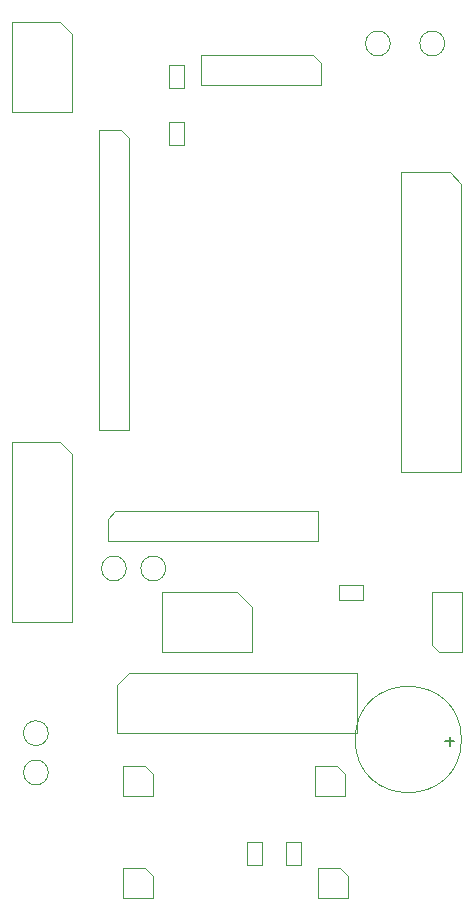
<source format=gbr>
%TF.GenerationSoftware,KiCad,Pcbnew,(5.1.7)-1*%
%TF.CreationDate,2023-12-15T12:51:46-07:00*%
%TF.ProjectId,AMPE32T30,414d5045-3332-4543-9330-2e6b69636164,rev?*%
%TF.SameCoordinates,PX76efc10PY5962530*%
%TF.FileFunction,Other,Fab,Top*%
%FSLAX46Y46*%
G04 Gerber Fmt 4.6, Leading zero omitted, Abs format (unit mm)*
G04 Created by KiCad (PCBNEW (5.1.7)-1) date 2023-12-15 12:51:46*
%MOMM*%
%LPD*%
G01*
G04 APERTURE LIST*
%ADD10C,0.100000*%
%ADD11C,0.150000*%
G04 APERTURE END LIST*
D10*
%TO.C,R4*%
X25009000Y5318000D02*
X25009000Y3318000D01*
X23759000Y5318000D02*
X25009000Y5318000D01*
X23759000Y3318000D02*
X23759000Y5318000D01*
X25009000Y3318000D02*
X23759000Y3318000D01*
%TO.C,R5*%
X21707000Y3318000D02*
X20457000Y3318000D01*
X20457000Y3318000D02*
X20457000Y5318000D01*
X20457000Y5318000D02*
X21707000Y5318000D01*
X21707000Y5318000D02*
X21707000Y3318000D01*
%TO.C,REF\u002A\u002A*%
X26035000Y71882000D02*
X26670000Y71247000D01*
X16510000Y71882000D02*
X26035000Y71882000D01*
X16510000Y69342000D02*
X16510000Y71882000D01*
X26670000Y69342000D02*
X16510000Y69342000D01*
X26670000Y71247000D02*
X26670000Y69342000D01*
%TO.C,J17*%
X3590000Y14506000D02*
G75*
G03*
X3590000Y14506000I-1050000J0D01*
G01*
X3590000Y11176000D02*
G75*
G03*
X3590000Y11176000I-1050000J0D01*
G01*
%TO.C,J12*%
X13524000Y28448000D02*
G75*
G03*
X13524000Y28448000I-1050000J0D01*
G01*
X10194000Y28448000D02*
G75*
G03*
X10194000Y28448000I-1050000J0D01*
G01*
%TO.C,J16*%
X26416000Y508000D02*
X26416000Y3048000D01*
X28956000Y508000D02*
X26416000Y508000D01*
X28956000Y2413000D02*
X28956000Y508000D01*
X28321000Y3048000D02*
X28956000Y2413000D01*
X26416000Y3048000D02*
X28321000Y3048000D01*
%TO.C,J15*%
X9906000Y508000D02*
X9906000Y3048000D01*
X12446000Y508000D02*
X9906000Y508000D01*
X12446000Y2413000D02*
X12446000Y508000D01*
X11811000Y3048000D02*
X12446000Y2413000D01*
X9906000Y3048000D02*
X11811000Y3048000D01*
%TO.C,J14*%
X26162000Y9144000D02*
X26162000Y11684000D01*
X28702000Y9144000D02*
X26162000Y9144000D01*
X28702000Y11049000D02*
X28702000Y9144000D01*
X28067000Y11684000D02*
X28702000Y11049000D01*
X26162000Y11684000D02*
X28067000Y11684000D01*
%TO.C,J13*%
X9906000Y9144000D02*
X9906000Y11684000D01*
X12446000Y9144000D02*
X9906000Y9144000D01*
X12446000Y11049000D02*
X12446000Y9144000D01*
X11811000Y11684000D02*
X12446000Y11049000D01*
X9906000Y11684000D02*
X11811000Y11684000D01*
%TO.C,J1*%
X508000Y67056000D02*
X508000Y74676000D01*
X5588000Y67056000D02*
X508000Y67056000D01*
X5588000Y73676000D02*
X5588000Y67056000D01*
X4588000Y74676000D02*
X5588000Y73676000D01*
X508000Y74676000D02*
X4588000Y74676000D01*
%TO.C,J6*%
X33490000Y61976000D02*
X37570000Y61976000D01*
X37570000Y61976000D02*
X38570000Y60976000D01*
X38570000Y60976000D02*
X38570000Y36576000D01*
X38570000Y36576000D02*
X33490000Y36576000D01*
X33490000Y36576000D02*
X33490000Y61976000D01*
%TO.C,J3*%
X38608000Y21336000D02*
X36703000Y21336000D01*
X36703000Y21336000D02*
X36068000Y21971000D01*
X36068000Y21971000D02*
X36068000Y26416000D01*
X36068000Y26416000D02*
X38608000Y26416000D01*
X38608000Y26416000D02*
X38608000Y21336000D01*
%TO.C,J7*%
X508000Y39116000D02*
X4588000Y39116000D01*
X4588000Y39116000D02*
X5588000Y38116000D01*
X5588000Y38116000D02*
X5588000Y23876000D01*
X5588000Y23876000D02*
X508000Y23876000D01*
X508000Y23876000D02*
X508000Y39116000D01*
%TO.C,J11*%
X7874000Y40132000D02*
X7874000Y65532000D01*
X10414000Y40132000D02*
X7874000Y40132000D01*
X10414000Y64897000D02*
X10414000Y40132000D01*
X9779000Y65532000D02*
X10414000Y64897000D01*
X7874000Y65532000D02*
X9779000Y65532000D01*
%TO.C,J9*%
X37146000Y72898000D02*
G75*
G03*
X37146000Y72898000I-1050000J0D01*
G01*
X32546000Y72898000D02*
G75*
G03*
X32546000Y72898000I-1050000J0D01*
G01*
%TO.C,BZ1*%
X38568000Y13970000D02*
G75*
G03*
X38568000Y13970000I-4500000J0D01*
G01*
%TO.C,J2*%
X19558000Y26416000D02*
X20828000Y25146000D01*
X13208000Y26416000D02*
X19558000Y26416000D01*
X13208000Y21336000D02*
X13208000Y26416000D01*
X20828000Y21336000D02*
X13208000Y21336000D01*
X20828000Y25146000D02*
X20828000Y21336000D01*
%TO.C,R3*%
X28210000Y27041000D02*
X30210000Y27041000D01*
X28210000Y25791000D02*
X28210000Y27041000D01*
X30210000Y25791000D02*
X28210000Y25791000D01*
X30210000Y27041000D02*
X30210000Y25791000D01*
%TO.C,R2*%
X15103000Y66278000D02*
X15103000Y64278000D01*
X13853000Y66278000D02*
X15103000Y66278000D01*
X13853000Y64278000D02*
X13853000Y66278000D01*
X15103000Y64278000D02*
X13853000Y64278000D01*
%TO.C,R1*%
X15103000Y71104000D02*
X15103000Y69104000D01*
X13853000Y71104000D02*
X15103000Y71104000D01*
X13853000Y69104000D02*
X13853000Y71104000D01*
X15103000Y69104000D02*
X13853000Y69104000D01*
%TO.C,J4*%
X26416000Y30734000D02*
X8636000Y30734000D01*
X26416000Y33274000D02*
X26416000Y30734000D01*
X9271000Y33274000D02*
X26416000Y33274000D01*
X8636000Y32639000D02*
X9271000Y33274000D01*
X8636000Y30734000D02*
X8636000Y32639000D01*
%TO.C,J5*%
X29718000Y14478000D02*
X9398000Y14478000D01*
X29718000Y19558000D02*
X29718000Y14478000D01*
X10398000Y19558000D02*
X29718000Y19558000D01*
X9398000Y18558000D02*
X10398000Y19558000D01*
X9398000Y14478000D02*
X9398000Y18558000D01*
%TD*%
%TO.C,BZ1*%
D11*
X37187047Y13798572D02*
X37948952Y13798572D01*
X37568000Y13417620D02*
X37568000Y14179524D01*
%TD*%
M02*

</source>
